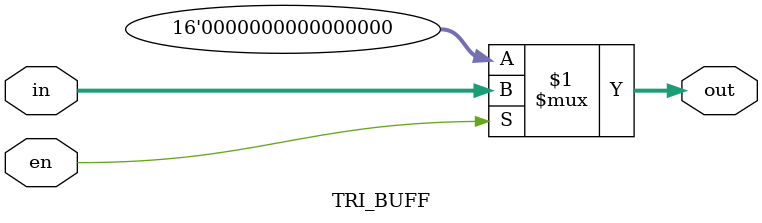
<source format=v>
module TRI_BUFF(out, en, in);
input en;
input [15:0] in;
output [15:0] out;

assign out = en ? in : 16'b0;
endmodule
</source>
